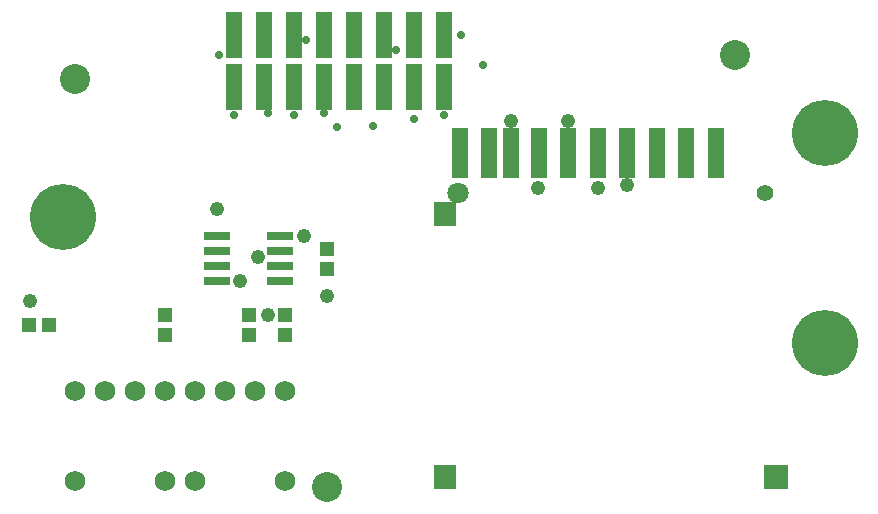
<source format=gts>
%FSLAX24Y24*%
%MOIN*%
G70*
G01*
G75*
G04 Layer_Color=8388736*
G04 Layer_Color=8388736*
%ADD10C,0.0400*%
%ADD11R,0.0394X0.0433*%
%ADD12R,0.0500X0.1449*%
%ADD13R,0.0807X0.0236*%
%ADD14R,0.0669X0.0709*%
%ADD15R,0.0748X0.0748*%
%ADD16R,0.0472X0.1575*%
%ADD17R,0.0433X0.0394*%
%ADD18C,0.0080*%
%ADD19C,0.0090*%
%ADD20C,0.0600*%
%ADD21C,0.0630*%
%ADD22C,0.0472*%
%ADD23C,0.1600*%
%ADD24C,0.0200*%
%ADD25C,0.0098*%
%ADD26C,0.0079*%
%ADD27C,0.0100*%
%ADD28C,0.0070*%
%ADD29C,0.1000*%
%ADD30R,0.0474X0.0513*%
%ADD31R,0.0580X0.1529*%
%ADD32R,0.0887X0.0316*%
%ADD33R,0.0749X0.0789*%
%ADD34R,0.0828X0.0828*%
%ADD35R,0.0552X0.1655*%
%ADD36R,0.0513X0.0474*%
%ADD37C,0.0680*%
%ADD38C,0.0710*%
%ADD39C,0.0552*%
%ADD40C,0.2200*%
%ADD41C,0.0280*%
%ADD42C,0.0480*%
D29*
X33400Y31200D02*
D03*
X47000Y45600D02*
D03*
X25000Y44800D02*
D03*
D30*
X33400Y38465D02*
D03*
Y39135D02*
D03*
X30800Y36935D02*
D03*
Y36265D02*
D03*
X32000Y36935D02*
D03*
Y36265D02*
D03*
X28000Y36265D02*
D03*
Y36935D02*
D03*
D31*
X30300Y46274D02*
D03*
Y44526D02*
D03*
X31300Y46274D02*
D03*
Y44526D02*
D03*
X32300Y46274D02*
D03*
Y44526D02*
D03*
X33300Y46274D02*
D03*
Y44526D02*
D03*
X34300Y46274D02*
D03*
Y44526D02*
D03*
X35300Y46274D02*
D03*
Y44526D02*
D03*
X36300Y46274D02*
D03*
Y44526D02*
D03*
X37300Y46274D02*
D03*
Y44526D02*
D03*
D32*
X29747Y39550D02*
D03*
Y39050D02*
D03*
Y38550D02*
D03*
Y38050D02*
D03*
X31853Y39550D02*
D03*
Y39050D02*
D03*
Y38550D02*
D03*
Y38050D02*
D03*
D33*
X37331Y40291D02*
D03*
Y31532D02*
D03*
D34*
X48374D02*
D03*
D35*
X37852Y42339D02*
D03*
X38807D02*
D03*
X39555D02*
D03*
X40470D02*
D03*
X41455D02*
D03*
X42439D02*
D03*
X43423D02*
D03*
X44407D02*
D03*
X45392D02*
D03*
X46376D02*
D03*
D36*
X24135Y36600D02*
D03*
X23465D02*
D03*
D37*
X29000Y31400D02*
D03*
X32000D02*
D03*
X29000Y34400D02*
D03*
X30000D02*
D03*
X32000D02*
D03*
X31000D02*
D03*
X25000Y31400D02*
D03*
X28000D02*
D03*
X25000Y34400D02*
D03*
X26000D02*
D03*
X28000D02*
D03*
X27000D02*
D03*
D38*
X37764Y41000D02*
D03*
D39*
X48000D02*
D03*
D40*
X50000Y36000D02*
D03*
Y43000D02*
D03*
X24600Y40200D02*
D03*
D41*
X32700Y46100D02*
D03*
X37876Y46274D02*
D03*
X35700Y45750D02*
D03*
X37300Y43600D02*
D03*
X36300Y43450D02*
D03*
X38600Y45250D02*
D03*
X33300Y43650D02*
D03*
X32300Y43600D02*
D03*
X31450Y43650D02*
D03*
X30300Y43600D02*
D03*
X29800Y45600D02*
D03*
X34935Y43235D02*
D03*
X33750Y43200D02*
D03*
D42*
X31435Y36935D02*
D03*
X32650Y39550D02*
D03*
X31115Y38865D02*
D03*
X33400Y37550D02*
D03*
X30500Y38050D02*
D03*
X42439Y41161D02*
D03*
X43400Y41250D02*
D03*
X40450Y41150D02*
D03*
X41455Y43395D02*
D03*
X39555Y43395D02*
D03*
X23500Y37400D02*
D03*
X29747Y40447D02*
D03*
M02*

</source>
